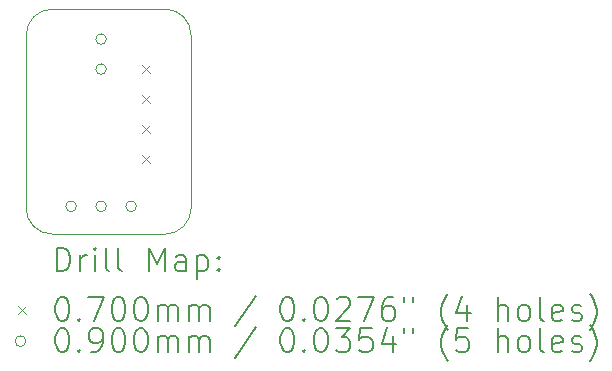
<source format=gbr>
%TF.GenerationSoftware,KiCad,Pcbnew,9.0.0*%
%TF.CreationDate,2025-03-07T15:21:47-06:00*%
%TF.ProjectId,robo-roach-v1.0,726f626f-2d72-46f6-9163-682d76312e30,rev?*%
%TF.SameCoordinates,Original*%
%TF.FileFunction,Drillmap*%
%TF.FilePolarity,Positive*%
%FSLAX45Y45*%
G04 Gerber Fmt 4.5, Leading zero omitted, Abs format (unit mm)*
G04 Created by KiCad (PCBNEW 9.0.0) date 2025-03-07 15:21:47*
%MOMM*%
%LPD*%
G01*
G04 APERTURE LIST*
%ADD10C,0.050000*%
%ADD11C,0.200000*%
%ADD12C,0.100000*%
G04 APERTURE END LIST*
D10*
X18571500Y-8572500D02*
X19528500Y-8572500D01*
X18351500Y-10257500D02*
X18351500Y-8792500D01*
X19748500Y-8792500D02*
X19748500Y-10257500D01*
X19528500Y-8572500D02*
G75*
G02*
X19748500Y-8792500I0J-220000D01*
G01*
X18571500Y-10477500D02*
G75*
G02*
X18351500Y-10257500I0J220000D01*
G01*
X18351500Y-8792500D02*
G75*
G02*
X18571500Y-8572500I220000J0D01*
G01*
X19748500Y-10257500D02*
G75*
G02*
X19528500Y-10477500I-220000J0D01*
G01*
X19528500Y-10477500D02*
X18571500Y-10477500D01*
D11*
D12*
X19332500Y-9045500D02*
X19402500Y-9115500D01*
X19402500Y-9045500D02*
X19332500Y-9115500D01*
X19332500Y-9299500D02*
X19402500Y-9369500D01*
X19402500Y-9299500D02*
X19332500Y-9369500D01*
X19332500Y-9553500D02*
X19402500Y-9623500D01*
X19402500Y-9553500D02*
X19332500Y-9623500D01*
X19332500Y-9807500D02*
X19402500Y-9877500D01*
X19402500Y-9807500D02*
X19332500Y-9877500D01*
X18777500Y-10242500D02*
G75*
G02*
X18687500Y-10242500I-45000J0D01*
G01*
X18687500Y-10242500D02*
G75*
G02*
X18777500Y-10242500I45000J0D01*
G01*
X19031500Y-8826500D02*
G75*
G02*
X18941500Y-8826500I-45000J0D01*
G01*
X18941500Y-8826500D02*
G75*
G02*
X19031500Y-8826500I45000J0D01*
G01*
X19031500Y-9080500D02*
G75*
G02*
X18941500Y-9080500I-45000J0D01*
G01*
X18941500Y-9080500D02*
G75*
G02*
X19031500Y-9080500I45000J0D01*
G01*
X19031500Y-10242500D02*
G75*
G02*
X18941500Y-10242500I-45000J0D01*
G01*
X18941500Y-10242500D02*
G75*
G02*
X19031500Y-10242500I45000J0D01*
G01*
X19285500Y-10242500D02*
G75*
G02*
X19195500Y-10242500I-45000J0D01*
G01*
X19195500Y-10242500D02*
G75*
G02*
X19285500Y-10242500I45000J0D01*
G01*
D11*
X18609777Y-10791484D02*
X18609777Y-10591484D01*
X18609777Y-10591484D02*
X18657396Y-10591484D01*
X18657396Y-10591484D02*
X18685967Y-10601008D01*
X18685967Y-10601008D02*
X18705015Y-10620055D01*
X18705015Y-10620055D02*
X18714539Y-10639103D01*
X18714539Y-10639103D02*
X18724063Y-10677198D01*
X18724063Y-10677198D02*
X18724063Y-10705770D01*
X18724063Y-10705770D02*
X18714539Y-10743865D01*
X18714539Y-10743865D02*
X18705015Y-10762912D01*
X18705015Y-10762912D02*
X18685967Y-10781960D01*
X18685967Y-10781960D02*
X18657396Y-10791484D01*
X18657396Y-10791484D02*
X18609777Y-10791484D01*
X18809777Y-10791484D02*
X18809777Y-10658150D01*
X18809777Y-10696246D02*
X18819301Y-10677198D01*
X18819301Y-10677198D02*
X18828824Y-10667674D01*
X18828824Y-10667674D02*
X18847872Y-10658150D01*
X18847872Y-10658150D02*
X18866920Y-10658150D01*
X18933586Y-10791484D02*
X18933586Y-10658150D01*
X18933586Y-10591484D02*
X18924063Y-10601008D01*
X18924063Y-10601008D02*
X18933586Y-10610531D01*
X18933586Y-10610531D02*
X18943110Y-10601008D01*
X18943110Y-10601008D02*
X18933586Y-10591484D01*
X18933586Y-10591484D02*
X18933586Y-10610531D01*
X19057396Y-10791484D02*
X19038348Y-10781960D01*
X19038348Y-10781960D02*
X19028824Y-10762912D01*
X19028824Y-10762912D02*
X19028824Y-10591484D01*
X19162158Y-10791484D02*
X19143110Y-10781960D01*
X19143110Y-10781960D02*
X19133586Y-10762912D01*
X19133586Y-10762912D02*
X19133586Y-10591484D01*
X19390729Y-10791484D02*
X19390729Y-10591484D01*
X19390729Y-10591484D02*
X19457396Y-10734341D01*
X19457396Y-10734341D02*
X19524063Y-10591484D01*
X19524063Y-10591484D02*
X19524063Y-10791484D01*
X19705015Y-10791484D02*
X19705015Y-10686722D01*
X19705015Y-10686722D02*
X19695491Y-10667674D01*
X19695491Y-10667674D02*
X19676444Y-10658150D01*
X19676444Y-10658150D02*
X19638348Y-10658150D01*
X19638348Y-10658150D02*
X19619301Y-10667674D01*
X19705015Y-10781960D02*
X19685967Y-10791484D01*
X19685967Y-10791484D02*
X19638348Y-10791484D01*
X19638348Y-10791484D02*
X19619301Y-10781960D01*
X19619301Y-10781960D02*
X19609777Y-10762912D01*
X19609777Y-10762912D02*
X19609777Y-10743865D01*
X19609777Y-10743865D02*
X19619301Y-10724817D01*
X19619301Y-10724817D02*
X19638348Y-10715293D01*
X19638348Y-10715293D02*
X19685967Y-10715293D01*
X19685967Y-10715293D02*
X19705015Y-10705770D01*
X19800253Y-10658150D02*
X19800253Y-10858150D01*
X19800253Y-10667674D02*
X19819301Y-10658150D01*
X19819301Y-10658150D02*
X19857396Y-10658150D01*
X19857396Y-10658150D02*
X19876444Y-10667674D01*
X19876444Y-10667674D02*
X19885967Y-10677198D01*
X19885967Y-10677198D02*
X19895491Y-10696246D01*
X19895491Y-10696246D02*
X19895491Y-10753389D01*
X19895491Y-10753389D02*
X19885967Y-10772436D01*
X19885967Y-10772436D02*
X19876444Y-10781960D01*
X19876444Y-10781960D02*
X19857396Y-10791484D01*
X19857396Y-10791484D02*
X19819301Y-10791484D01*
X19819301Y-10791484D02*
X19800253Y-10781960D01*
X19981205Y-10772436D02*
X19990729Y-10781960D01*
X19990729Y-10781960D02*
X19981205Y-10791484D01*
X19981205Y-10791484D02*
X19971682Y-10781960D01*
X19971682Y-10781960D02*
X19981205Y-10772436D01*
X19981205Y-10772436D02*
X19981205Y-10791484D01*
X19981205Y-10667674D02*
X19990729Y-10677198D01*
X19990729Y-10677198D02*
X19981205Y-10686722D01*
X19981205Y-10686722D02*
X19971682Y-10677198D01*
X19971682Y-10677198D02*
X19981205Y-10667674D01*
X19981205Y-10667674D02*
X19981205Y-10686722D01*
D12*
X18279000Y-11085000D02*
X18349000Y-11155000D01*
X18349000Y-11085000D02*
X18279000Y-11155000D01*
D11*
X18647872Y-11011484D02*
X18666920Y-11011484D01*
X18666920Y-11011484D02*
X18685967Y-11021008D01*
X18685967Y-11021008D02*
X18695491Y-11030531D01*
X18695491Y-11030531D02*
X18705015Y-11049579D01*
X18705015Y-11049579D02*
X18714539Y-11087674D01*
X18714539Y-11087674D02*
X18714539Y-11135293D01*
X18714539Y-11135293D02*
X18705015Y-11173389D01*
X18705015Y-11173389D02*
X18695491Y-11192436D01*
X18695491Y-11192436D02*
X18685967Y-11201960D01*
X18685967Y-11201960D02*
X18666920Y-11211484D01*
X18666920Y-11211484D02*
X18647872Y-11211484D01*
X18647872Y-11211484D02*
X18628824Y-11201960D01*
X18628824Y-11201960D02*
X18619301Y-11192436D01*
X18619301Y-11192436D02*
X18609777Y-11173389D01*
X18609777Y-11173389D02*
X18600253Y-11135293D01*
X18600253Y-11135293D02*
X18600253Y-11087674D01*
X18600253Y-11087674D02*
X18609777Y-11049579D01*
X18609777Y-11049579D02*
X18619301Y-11030531D01*
X18619301Y-11030531D02*
X18628824Y-11021008D01*
X18628824Y-11021008D02*
X18647872Y-11011484D01*
X18800253Y-11192436D02*
X18809777Y-11201960D01*
X18809777Y-11201960D02*
X18800253Y-11211484D01*
X18800253Y-11211484D02*
X18790729Y-11201960D01*
X18790729Y-11201960D02*
X18800253Y-11192436D01*
X18800253Y-11192436D02*
X18800253Y-11211484D01*
X18876444Y-11011484D02*
X19009777Y-11011484D01*
X19009777Y-11011484D02*
X18924063Y-11211484D01*
X19124063Y-11011484D02*
X19143110Y-11011484D01*
X19143110Y-11011484D02*
X19162158Y-11021008D01*
X19162158Y-11021008D02*
X19171682Y-11030531D01*
X19171682Y-11030531D02*
X19181205Y-11049579D01*
X19181205Y-11049579D02*
X19190729Y-11087674D01*
X19190729Y-11087674D02*
X19190729Y-11135293D01*
X19190729Y-11135293D02*
X19181205Y-11173389D01*
X19181205Y-11173389D02*
X19171682Y-11192436D01*
X19171682Y-11192436D02*
X19162158Y-11201960D01*
X19162158Y-11201960D02*
X19143110Y-11211484D01*
X19143110Y-11211484D02*
X19124063Y-11211484D01*
X19124063Y-11211484D02*
X19105015Y-11201960D01*
X19105015Y-11201960D02*
X19095491Y-11192436D01*
X19095491Y-11192436D02*
X19085967Y-11173389D01*
X19085967Y-11173389D02*
X19076444Y-11135293D01*
X19076444Y-11135293D02*
X19076444Y-11087674D01*
X19076444Y-11087674D02*
X19085967Y-11049579D01*
X19085967Y-11049579D02*
X19095491Y-11030531D01*
X19095491Y-11030531D02*
X19105015Y-11021008D01*
X19105015Y-11021008D02*
X19124063Y-11011484D01*
X19314539Y-11011484D02*
X19333586Y-11011484D01*
X19333586Y-11011484D02*
X19352634Y-11021008D01*
X19352634Y-11021008D02*
X19362158Y-11030531D01*
X19362158Y-11030531D02*
X19371682Y-11049579D01*
X19371682Y-11049579D02*
X19381205Y-11087674D01*
X19381205Y-11087674D02*
X19381205Y-11135293D01*
X19381205Y-11135293D02*
X19371682Y-11173389D01*
X19371682Y-11173389D02*
X19362158Y-11192436D01*
X19362158Y-11192436D02*
X19352634Y-11201960D01*
X19352634Y-11201960D02*
X19333586Y-11211484D01*
X19333586Y-11211484D02*
X19314539Y-11211484D01*
X19314539Y-11211484D02*
X19295491Y-11201960D01*
X19295491Y-11201960D02*
X19285967Y-11192436D01*
X19285967Y-11192436D02*
X19276444Y-11173389D01*
X19276444Y-11173389D02*
X19266920Y-11135293D01*
X19266920Y-11135293D02*
X19266920Y-11087674D01*
X19266920Y-11087674D02*
X19276444Y-11049579D01*
X19276444Y-11049579D02*
X19285967Y-11030531D01*
X19285967Y-11030531D02*
X19295491Y-11021008D01*
X19295491Y-11021008D02*
X19314539Y-11011484D01*
X19466920Y-11211484D02*
X19466920Y-11078150D01*
X19466920Y-11097198D02*
X19476444Y-11087674D01*
X19476444Y-11087674D02*
X19495491Y-11078150D01*
X19495491Y-11078150D02*
X19524063Y-11078150D01*
X19524063Y-11078150D02*
X19543110Y-11087674D01*
X19543110Y-11087674D02*
X19552634Y-11106722D01*
X19552634Y-11106722D02*
X19552634Y-11211484D01*
X19552634Y-11106722D02*
X19562158Y-11087674D01*
X19562158Y-11087674D02*
X19581205Y-11078150D01*
X19581205Y-11078150D02*
X19609777Y-11078150D01*
X19609777Y-11078150D02*
X19628825Y-11087674D01*
X19628825Y-11087674D02*
X19638348Y-11106722D01*
X19638348Y-11106722D02*
X19638348Y-11211484D01*
X19733586Y-11211484D02*
X19733586Y-11078150D01*
X19733586Y-11097198D02*
X19743110Y-11087674D01*
X19743110Y-11087674D02*
X19762158Y-11078150D01*
X19762158Y-11078150D02*
X19790729Y-11078150D01*
X19790729Y-11078150D02*
X19809777Y-11087674D01*
X19809777Y-11087674D02*
X19819301Y-11106722D01*
X19819301Y-11106722D02*
X19819301Y-11211484D01*
X19819301Y-11106722D02*
X19828825Y-11087674D01*
X19828825Y-11087674D02*
X19847872Y-11078150D01*
X19847872Y-11078150D02*
X19876444Y-11078150D01*
X19876444Y-11078150D02*
X19895491Y-11087674D01*
X19895491Y-11087674D02*
X19905015Y-11106722D01*
X19905015Y-11106722D02*
X19905015Y-11211484D01*
X20295491Y-11001960D02*
X20124063Y-11259103D01*
X20552634Y-11011484D02*
X20571682Y-11011484D01*
X20571682Y-11011484D02*
X20590729Y-11021008D01*
X20590729Y-11021008D02*
X20600253Y-11030531D01*
X20600253Y-11030531D02*
X20609777Y-11049579D01*
X20609777Y-11049579D02*
X20619301Y-11087674D01*
X20619301Y-11087674D02*
X20619301Y-11135293D01*
X20619301Y-11135293D02*
X20609777Y-11173389D01*
X20609777Y-11173389D02*
X20600253Y-11192436D01*
X20600253Y-11192436D02*
X20590729Y-11201960D01*
X20590729Y-11201960D02*
X20571682Y-11211484D01*
X20571682Y-11211484D02*
X20552634Y-11211484D01*
X20552634Y-11211484D02*
X20533587Y-11201960D01*
X20533587Y-11201960D02*
X20524063Y-11192436D01*
X20524063Y-11192436D02*
X20514539Y-11173389D01*
X20514539Y-11173389D02*
X20505015Y-11135293D01*
X20505015Y-11135293D02*
X20505015Y-11087674D01*
X20505015Y-11087674D02*
X20514539Y-11049579D01*
X20514539Y-11049579D02*
X20524063Y-11030531D01*
X20524063Y-11030531D02*
X20533587Y-11021008D01*
X20533587Y-11021008D02*
X20552634Y-11011484D01*
X20705015Y-11192436D02*
X20714539Y-11201960D01*
X20714539Y-11201960D02*
X20705015Y-11211484D01*
X20705015Y-11211484D02*
X20695491Y-11201960D01*
X20695491Y-11201960D02*
X20705015Y-11192436D01*
X20705015Y-11192436D02*
X20705015Y-11211484D01*
X20838348Y-11011484D02*
X20857396Y-11011484D01*
X20857396Y-11011484D02*
X20876444Y-11021008D01*
X20876444Y-11021008D02*
X20885968Y-11030531D01*
X20885968Y-11030531D02*
X20895491Y-11049579D01*
X20895491Y-11049579D02*
X20905015Y-11087674D01*
X20905015Y-11087674D02*
X20905015Y-11135293D01*
X20905015Y-11135293D02*
X20895491Y-11173389D01*
X20895491Y-11173389D02*
X20885968Y-11192436D01*
X20885968Y-11192436D02*
X20876444Y-11201960D01*
X20876444Y-11201960D02*
X20857396Y-11211484D01*
X20857396Y-11211484D02*
X20838348Y-11211484D01*
X20838348Y-11211484D02*
X20819301Y-11201960D01*
X20819301Y-11201960D02*
X20809777Y-11192436D01*
X20809777Y-11192436D02*
X20800253Y-11173389D01*
X20800253Y-11173389D02*
X20790729Y-11135293D01*
X20790729Y-11135293D02*
X20790729Y-11087674D01*
X20790729Y-11087674D02*
X20800253Y-11049579D01*
X20800253Y-11049579D02*
X20809777Y-11030531D01*
X20809777Y-11030531D02*
X20819301Y-11021008D01*
X20819301Y-11021008D02*
X20838348Y-11011484D01*
X20981206Y-11030531D02*
X20990729Y-11021008D01*
X20990729Y-11021008D02*
X21009777Y-11011484D01*
X21009777Y-11011484D02*
X21057396Y-11011484D01*
X21057396Y-11011484D02*
X21076444Y-11021008D01*
X21076444Y-11021008D02*
X21085968Y-11030531D01*
X21085968Y-11030531D02*
X21095491Y-11049579D01*
X21095491Y-11049579D02*
X21095491Y-11068627D01*
X21095491Y-11068627D02*
X21085968Y-11097198D01*
X21085968Y-11097198D02*
X20971682Y-11211484D01*
X20971682Y-11211484D02*
X21095491Y-11211484D01*
X21162158Y-11011484D02*
X21295491Y-11011484D01*
X21295491Y-11011484D02*
X21209777Y-11211484D01*
X21457396Y-11011484D02*
X21419301Y-11011484D01*
X21419301Y-11011484D02*
X21400253Y-11021008D01*
X21400253Y-11021008D02*
X21390729Y-11030531D01*
X21390729Y-11030531D02*
X21371682Y-11059103D01*
X21371682Y-11059103D02*
X21362158Y-11097198D01*
X21362158Y-11097198D02*
X21362158Y-11173389D01*
X21362158Y-11173389D02*
X21371682Y-11192436D01*
X21371682Y-11192436D02*
X21381206Y-11201960D01*
X21381206Y-11201960D02*
X21400253Y-11211484D01*
X21400253Y-11211484D02*
X21438349Y-11211484D01*
X21438349Y-11211484D02*
X21457396Y-11201960D01*
X21457396Y-11201960D02*
X21466920Y-11192436D01*
X21466920Y-11192436D02*
X21476444Y-11173389D01*
X21476444Y-11173389D02*
X21476444Y-11125770D01*
X21476444Y-11125770D02*
X21466920Y-11106722D01*
X21466920Y-11106722D02*
X21457396Y-11097198D01*
X21457396Y-11097198D02*
X21438349Y-11087674D01*
X21438349Y-11087674D02*
X21400253Y-11087674D01*
X21400253Y-11087674D02*
X21381206Y-11097198D01*
X21381206Y-11097198D02*
X21371682Y-11106722D01*
X21371682Y-11106722D02*
X21362158Y-11125770D01*
X21552634Y-11011484D02*
X21552634Y-11049579D01*
X21628825Y-11011484D02*
X21628825Y-11049579D01*
X21924063Y-11287674D02*
X21914539Y-11278150D01*
X21914539Y-11278150D02*
X21895491Y-11249579D01*
X21895491Y-11249579D02*
X21885968Y-11230531D01*
X21885968Y-11230531D02*
X21876444Y-11201960D01*
X21876444Y-11201960D02*
X21866920Y-11154341D01*
X21866920Y-11154341D02*
X21866920Y-11116246D01*
X21866920Y-11116246D02*
X21876444Y-11068627D01*
X21876444Y-11068627D02*
X21885968Y-11040055D01*
X21885968Y-11040055D02*
X21895491Y-11021008D01*
X21895491Y-11021008D02*
X21914539Y-10992436D01*
X21914539Y-10992436D02*
X21924063Y-10982912D01*
X22085968Y-11078150D02*
X22085968Y-11211484D01*
X22038349Y-11001960D02*
X21990730Y-11144817D01*
X21990730Y-11144817D02*
X22114539Y-11144817D01*
X22343111Y-11211484D02*
X22343111Y-11011484D01*
X22428825Y-11211484D02*
X22428825Y-11106722D01*
X22428825Y-11106722D02*
X22419301Y-11087674D01*
X22419301Y-11087674D02*
X22400253Y-11078150D01*
X22400253Y-11078150D02*
X22371682Y-11078150D01*
X22371682Y-11078150D02*
X22352634Y-11087674D01*
X22352634Y-11087674D02*
X22343111Y-11097198D01*
X22552634Y-11211484D02*
X22533587Y-11201960D01*
X22533587Y-11201960D02*
X22524063Y-11192436D01*
X22524063Y-11192436D02*
X22514539Y-11173389D01*
X22514539Y-11173389D02*
X22514539Y-11116246D01*
X22514539Y-11116246D02*
X22524063Y-11097198D01*
X22524063Y-11097198D02*
X22533587Y-11087674D01*
X22533587Y-11087674D02*
X22552634Y-11078150D01*
X22552634Y-11078150D02*
X22581206Y-11078150D01*
X22581206Y-11078150D02*
X22600253Y-11087674D01*
X22600253Y-11087674D02*
X22609777Y-11097198D01*
X22609777Y-11097198D02*
X22619301Y-11116246D01*
X22619301Y-11116246D02*
X22619301Y-11173389D01*
X22619301Y-11173389D02*
X22609777Y-11192436D01*
X22609777Y-11192436D02*
X22600253Y-11201960D01*
X22600253Y-11201960D02*
X22581206Y-11211484D01*
X22581206Y-11211484D02*
X22552634Y-11211484D01*
X22733587Y-11211484D02*
X22714539Y-11201960D01*
X22714539Y-11201960D02*
X22705015Y-11182912D01*
X22705015Y-11182912D02*
X22705015Y-11011484D01*
X22885968Y-11201960D02*
X22866920Y-11211484D01*
X22866920Y-11211484D02*
X22828825Y-11211484D01*
X22828825Y-11211484D02*
X22809777Y-11201960D01*
X22809777Y-11201960D02*
X22800253Y-11182912D01*
X22800253Y-11182912D02*
X22800253Y-11106722D01*
X22800253Y-11106722D02*
X22809777Y-11087674D01*
X22809777Y-11087674D02*
X22828825Y-11078150D01*
X22828825Y-11078150D02*
X22866920Y-11078150D01*
X22866920Y-11078150D02*
X22885968Y-11087674D01*
X22885968Y-11087674D02*
X22895491Y-11106722D01*
X22895491Y-11106722D02*
X22895491Y-11125770D01*
X22895491Y-11125770D02*
X22800253Y-11144817D01*
X22971682Y-11201960D02*
X22990730Y-11211484D01*
X22990730Y-11211484D02*
X23028825Y-11211484D01*
X23028825Y-11211484D02*
X23047872Y-11201960D01*
X23047872Y-11201960D02*
X23057396Y-11182912D01*
X23057396Y-11182912D02*
X23057396Y-11173389D01*
X23057396Y-11173389D02*
X23047872Y-11154341D01*
X23047872Y-11154341D02*
X23028825Y-11144817D01*
X23028825Y-11144817D02*
X23000253Y-11144817D01*
X23000253Y-11144817D02*
X22981206Y-11135293D01*
X22981206Y-11135293D02*
X22971682Y-11116246D01*
X22971682Y-11116246D02*
X22971682Y-11106722D01*
X22971682Y-11106722D02*
X22981206Y-11087674D01*
X22981206Y-11087674D02*
X23000253Y-11078150D01*
X23000253Y-11078150D02*
X23028825Y-11078150D01*
X23028825Y-11078150D02*
X23047872Y-11087674D01*
X23124063Y-11287674D02*
X23133587Y-11278150D01*
X23133587Y-11278150D02*
X23152634Y-11249579D01*
X23152634Y-11249579D02*
X23162158Y-11230531D01*
X23162158Y-11230531D02*
X23171682Y-11201960D01*
X23171682Y-11201960D02*
X23181206Y-11154341D01*
X23181206Y-11154341D02*
X23181206Y-11116246D01*
X23181206Y-11116246D02*
X23171682Y-11068627D01*
X23171682Y-11068627D02*
X23162158Y-11040055D01*
X23162158Y-11040055D02*
X23152634Y-11021008D01*
X23152634Y-11021008D02*
X23133587Y-10992436D01*
X23133587Y-10992436D02*
X23124063Y-10982912D01*
D12*
X18349000Y-11384000D02*
G75*
G02*
X18259000Y-11384000I-45000J0D01*
G01*
X18259000Y-11384000D02*
G75*
G02*
X18349000Y-11384000I45000J0D01*
G01*
D11*
X18647872Y-11275484D02*
X18666920Y-11275484D01*
X18666920Y-11275484D02*
X18685967Y-11285008D01*
X18685967Y-11285008D02*
X18695491Y-11294531D01*
X18695491Y-11294531D02*
X18705015Y-11313579D01*
X18705015Y-11313579D02*
X18714539Y-11351674D01*
X18714539Y-11351674D02*
X18714539Y-11399293D01*
X18714539Y-11399293D02*
X18705015Y-11437388D01*
X18705015Y-11437388D02*
X18695491Y-11456436D01*
X18695491Y-11456436D02*
X18685967Y-11465960D01*
X18685967Y-11465960D02*
X18666920Y-11475484D01*
X18666920Y-11475484D02*
X18647872Y-11475484D01*
X18647872Y-11475484D02*
X18628824Y-11465960D01*
X18628824Y-11465960D02*
X18619301Y-11456436D01*
X18619301Y-11456436D02*
X18609777Y-11437388D01*
X18609777Y-11437388D02*
X18600253Y-11399293D01*
X18600253Y-11399293D02*
X18600253Y-11351674D01*
X18600253Y-11351674D02*
X18609777Y-11313579D01*
X18609777Y-11313579D02*
X18619301Y-11294531D01*
X18619301Y-11294531D02*
X18628824Y-11285008D01*
X18628824Y-11285008D02*
X18647872Y-11275484D01*
X18800253Y-11456436D02*
X18809777Y-11465960D01*
X18809777Y-11465960D02*
X18800253Y-11475484D01*
X18800253Y-11475484D02*
X18790729Y-11465960D01*
X18790729Y-11465960D02*
X18800253Y-11456436D01*
X18800253Y-11456436D02*
X18800253Y-11475484D01*
X18905015Y-11475484D02*
X18943110Y-11475484D01*
X18943110Y-11475484D02*
X18962158Y-11465960D01*
X18962158Y-11465960D02*
X18971682Y-11456436D01*
X18971682Y-11456436D02*
X18990729Y-11427865D01*
X18990729Y-11427865D02*
X19000253Y-11389769D01*
X19000253Y-11389769D02*
X19000253Y-11313579D01*
X19000253Y-11313579D02*
X18990729Y-11294531D01*
X18990729Y-11294531D02*
X18981205Y-11285008D01*
X18981205Y-11285008D02*
X18962158Y-11275484D01*
X18962158Y-11275484D02*
X18924063Y-11275484D01*
X18924063Y-11275484D02*
X18905015Y-11285008D01*
X18905015Y-11285008D02*
X18895491Y-11294531D01*
X18895491Y-11294531D02*
X18885967Y-11313579D01*
X18885967Y-11313579D02*
X18885967Y-11361198D01*
X18885967Y-11361198D02*
X18895491Y-11380246D01*
X18895491Y-11380246D02*
X18905015Y-11389769D01*
X18905015Y-11389769D02*
X18924063Y-11399293D01*
X18924063Y-11399293D02*
X18962158Y-11399293D01*
X18962158Y-11399293D02*
X18981205Y-11389769D01*
X18981205Y-11389769D02*
X18990729Y-11380246D01*
X18990729Y-11380246D02*
X19000253Y-11361198D01*
X19124063Y-11275484D02*
X19143110Y-11275484D01*
X19143110Y-11275484D02*
X19162158Y-11285008D01*
X19162158Y-11285008D02*
X19171682Y-11294531D01*
X19171682Y-11294531D02*
X19181205Y-11313579D01*
X19181205Y-11313579D02*
X19190729Y-11351674D01*
X19190729Y-11351674D02*
X19190729Y-11399293D01*
X19190729Y-11399293D02*
X19181205Y-11437388D01*
X19181205Y-11437388D02*
X19171682Y-11456436D01*
X19171682Y-11456436D02*
X19162158Y-11465960D01*
X19162158Y-11465960D02*
X19143110Y-11475484D01*
X19143110Y-11475484D02*
X19124063Y-11475484D01*
X19124063Y-11475484D02*
X19105015Y-11465960D01*
X19105015Y-11465960D02*
X19095491Y-11456436D01*
X19095491Y-11456436D02*
X19085967Y-11437388D01*
X19085967Y-11437388D02*
X19076444Y-11399293D01*
X19076444Y-11399293D02*
X19076444Y-11351674D01*
X19076444Y-11351674D02*
X19085967Y-11313579D01*
X19085967Y-11313579D02*
X19095491Y-11294531D01*
X19095491Y-11294531D02*
X19105015Y-11285008D01*
X19105015Y-11285008D02*
X19124063Y-11275484D01*
X19314539Y-11275484D02*
X19333586Y-11275484D01*
X19333586Y-11275484D02*
X19352634Y-11285008D01*
X19352634Y-11285008D02*
X19362158Y-11294531D01*
X19362158Y-11294531D02*
X19371682Y-11313579D01*
X19371682Y-11313579D02*
X19381205Y-11351674D01*
X19381205Y-11351674D02*
X19381205Y-11399293D01*
X19381205Y-11399293D02*
X19371682Y-11437388D01*
X19371682Y-11437388D02*
X19362158Y-11456436D01*
X19362158Y-11456436D02*
X19352634Y-11465960D01*
X19352634Y-11465960D02*
X19333586Y-11475484D01*
X19333586Y-11475484D02*
X19314539Y-11475484D01*
X19314539Y-11475484D02*
X19295491Y-11465960D01*
X19295491Y-11465960D02*
X19285967Y-11456436D01*
X19285967Y-11456436D02*
X19276444Y-11437388D01*
X19276444Y-11437388D02*
X19266920Y-11399293D01*
X19266920Y-11399293D02*
X19266920Y-11351674D01*
X19266920Y-11351674D02*
X19276444Y-11313579D01*
X19276444Y-11313579D02*
X19285967Y-11294531D01*
X19285967Y-11294531D02*
X19295491Y-11285008D01*
X19295491Y-11285008D02*
X19314539Y-11275484D01*
X19466920Y-11475484D02*
X19466920Y-11342150D01*
X19466920Y-11361198D02*
X19476444Y-11351674D01*
X19476444Y-11351674D02*
X19495491Y-11342150D01*
X19495491Y-11342150D02*
X19524063Y-11342150D01*
X19524063Y-11342150D02*
X19543110Y-11351674D01*
X19543110Y-11351674D02*
X19552634Y-11370722D01*
X19552634Y-11370722D02*
X19552634Y-11475484D01*
X19552634Y-11370722D02*
X19562158Y-11351674D01*
X19562158Y-11351674D02*
X19581205Y-11342150D01*
X19581205Y-11342150D02*
X19609777Y-11342150D01*
X19609777Y-11342150D02*
X19628825Y-11351674D01*
X19628825Y-11351674D02*
X19638348Y-11370722D01*
X19638348Y-11370722D02*
X19638348Y-11475484D01*
X19733586Y-11475484D02*
X19733586Y-11342150D01*
X19733586Y-11361198D02*
X19743110Y-11351674D01*
X19743110Y-11351674D02*
X19762158Y-11342150D01*
X19762158Y-11342150D02*
X19790729Y-11342150D01*
X19790729Y-11342150D02*
X19809777Y-11351674D01*
X19809777Y-11351674D02*
X19819301Y-11370722D01*
X19819301Y-11370722D02*
X19819301Y-11475484D01*
X19819301Y-11370722D02*
X19828825Y-11351674D01*
X19828825Y-11351674D02*
X19847872Y-11342150D01*
X19847872Y-11342150D02*
X19876444Y-11342150D01*
X19876444Y-11342150D02*
X19895491Y-11351674D01*
X19895491Y-11351674D02*
X19905015Y-11370722D01*
X19905015Y-11370722D02*
X19905015Y-11475484D01*
X20295491Y-11265960D02*
X20124063Y-11523103D01*
X20552634Y-11275484D02*
X20571682Y-11275484D01*
X20571682Y-11275484D02*
X20590729Y-11285008D01*
X20590729Y-11285008D02*
X20600253Y-11294531D01*
X20600253Y-11294531D02*
X20609777Y-11313579D01*
X20609777Y-11313579D02*
X20619301Y-11351674D01*
X20619301Y-11351674D02*
X20619301Y-11399293D01*
X20619301Y-11399293D02*
X20609777Y-11437388D01*
X20609777Y-11437388D02*
X20600253Y-11456436D01*
X20600253Y-11456436D02*
X20590729Y-11465960D01*
X20590729Y-11465960D02*
X20571682Y-11475484D01*
X20571682Y-11475484D02*
X20552634Y-11475484D01*
X20552634Y-11475484D02*
X20533587Y-11465960D01*
X20533587Y-11465960D02*
X20524063Y-11456436D01*
X20524063Y-11456436D02*
X20514539Y-11437388D01*
X20514539Y-11437388D02*
X20505015Y-11399293D01*
X20505015Y-11399293D02*
X20505015Y-11351674D01*
X20505015Y-11351674D02*
X20514539Y-11313579D01*
X20514539Y-11313579D02*
X20524063Y-11294531D01*
X20524063Y-11294531D02*
X20533587Y-11285008D01*
X20533587Y-11285008D02*
X20552634Y-11275484D01*
X20705015Y-11456436D02*
X20714539Y-11465960D01*
X20714539Y-11465960D02*
X20705015Y-11475484D01*
X20705015Y-11475484D02*
X20695491Y-11465960D01*
X20695491Y-11465960D02*
X20705015Y-11456436D01*
X20705015Y-11456436D02*
X20705015Y-11475484D01*
X20838348Y-11275484D02*
X20857396Y-11275484D01*
X20857396Y-11275484D02*
X20876444Y-11285008D01*
X20876444Y-11285008D02*
X20885968Y-11294531D01*
X20885968Y-11294531D02*
X20895491Y-11313579D01*
X20895491Y-11313579D02*
X20905015Y-11351674D01*
X20905015Y-11351674D02*
X20905015Y-11399293D01*
X20905015Y-11399293D02*
X20895491Y-11437388D01*
X20895491Y-11437388D02*
X20885968Y-11456436D01*
X20885968Y-11456436D02*
X20876444Y-11465960D01*
X20876444Y-11465960D02*
X20857396Y-11475484D01*
X20857396Y-11475484D02*
X20838348Y-11475484D01*
X20838348Y-11475484D02*
X20819301Y-11465960D01*
X20819301Y-11465960D02*
X20809777Y-11456436D01*
X20809777Y-11456436D02*
X20800253Y-11437388D01*
X20800253Y-11437388D02*
X20790729Y-11399293D01*
X20790729Y-11399293D02*
X20790729Y-11351674D01*
X20790729Y-11351674D02*
X20800253Y-11313579D01*
X20800253Y-11313579D02*
X20809777Y-11294531D01*
X20809777Y-11294531D02*
X20819301Y-11285008D01*
X20819301Y-11285008D02*
X20838348Y-11275484D01*
X20971682Y-11275484D02*
X21095491Y-11275484D01*
X21095491Y-11275484D02*
X21028825Y-11351674D01*
X21028825Y-11351674D02*
X21057396Y-11351674D01*
X21057396Y-11351674D02*
X21076444Y-11361198D01*
X21076444Y-11361198D02*
X21085968Y-11370722D01*
X21085968Y-11370722D02*
X21095491Y-11389769D01*
X21095491Y-11389769D02*
X21095491Y-11437388D01*
X21095491Y-11437388D02*
X21085968Y-11456436D01*
X21085968Y-11456436D02*
X21076444Y-11465960D01*
X21076444Y-11465960D02*
X21057396Y-11475484D01*
X21057396Y-11475484D02*
X21000253Y-11475484D01*
X21000253Y-11475484D02*
X20981206Y-11465960D01*
X20981206Y-11465960D02*
X20971682Y-11456436D01*
X21276444Y-11275484D02*
X21181206Y-11275484D01*
X21181206Y-11275484D02*
X21171682Y-11370722D01*
X21171682Y-11370722D02*
X21181206Y-11361198D01*
X21181206Y-11361198D02*
X21200253Y-11351674D01*
X21200253Y-11351674D02*
X21247872Y-11351674D01*
X21247872Y-11351674D02*
X21266920Y-11361198D01*
X21266920Y-11361198D02*
X21276444Y-11370722D01*
X21276444Y-11370722D02*
X21285968Y-11389769D01*
X21285968Y-11389769D02*
X21285968Y-11437388D01*
X21285968Y-11437388D02*
X21276444Y-11456436D01*
X21276444Y-11456436D02*
X21266920Y-11465960D01*
X21266920Y-11465960D02*
X21247872Y-11475484D01*
X21247872Y-11475484D02*
X21200253Y-11475484D01*
X21200253Y-11475484D02*
X21181206Y-11465960D01*
X21181206Y-11465960D02*
X21171682Y-11456436D01*
X21457396Y-11342150D02*
X21457396Y-11475484D01*
X21409777Y-11265960D02*
X21362158Y-11408817D01*
X21362158Y-11408817D02*
X21485968Y-11408817D01*
X21552634Y-11275484D02*
X21552634Y-11313579D01*
X21628825Y-11275484D02*
X21628825Y-11313579D01*
X21924063Y-11551674D02*
X21914539Y-11542150D01*
X21914539Y-11542150D02*
X21895491Y-11513579D01*
X21895491Y-11513579D02*
X21885968Y-11494531D01*
X21885968Y-11494531D02*
X21876444Y-11465960D01*
X21876444Y-11465960D02*
X21866920Y-11418341D01*
X21866920Y-11418341D02*
X21866920Y-11380246D01*
X21866920Y-11380246D02*
X21876444Y-11332627D01*
X21876444Y-11332627D02*
X21885968Y-11304055D01*
X21885968Y-11304055D02*
X21895491Y-11285008D01*
X21895491Y-11285008D02*
X21914539Y-11256436D01*
X21914539Y-11256436D02*
X21924063Y-11246912D01*
X22095491Y-11275484D02*
X22000253Y-11275484D01*
X22000253Y-11275484D02*
X21990730Y-11370722D01*
X21990730Y-11370722D02*
X22000253Y-11361198D01*
X22000253Y-11361198D02*
X22019301Y-11351674D01*
X22019301Y-11351674D02*
X22066920Y-11351674D01*
X22066920Y-11351674D02*
X22085968Y-11361198D01*
X22085968Y-11361198D02*
X22095491Y-11370722D01*
X22095491Y-11370722D02*
X22105015Y-11389769D01*
X22105015Y-11389769D02*
X22105015Y-11437388D01*
X22105015Y-11437388D02*
X22095491Y-11456436D01*
X22095491Y-11456436D02*
X22085968Y-11465960D01*
X22085968Y-11465960D02*
X22066920Y-11475484D01*
X22066920Y-11475484D02*
X22019301Y-11475484D01*
X22019301Y-11475484D02*
X22000253Y-11465960D01*
X22000253Y-11465960D02*
X21990730Y-11456436D01*
X22343111Y-11475484D02*
X22343111Y-11275484D01*
X22428825Y-11475484D02*
X22428825Y-11370722D01*
X22428825Y-11370722D02*
X22419301Y-11351674D01*
X22419301Y-11351674D02*
X22400253Y-11342150D01*
X22400253Y-11342150D02*
X22371682Y-11342150D01*
X22371682Y-11342150D02*
X22352634Y-11351674D01*
X22352634Y-11351674D02*
X22343111Y-11361198D01*
X22552634Y-11475484D02*
X22533587Y-11465960D01*
X22533587Y-11465960D02*
X22524063Y-11456436D01*
X22524063Y-11456436D02*
X22514539Y-11437388D01*
X22514539Y-11437388D02*
X22514539Y-11380246D01*
X22514539Y-11380246D02*
X22524063Y-11361198D01*
X22524063Y-11361198D02*
X22533587Y-11351674D01*
X22533587Y-11351674D02*
X22552634Y-11342150D01*
X22552634Y-11342150D02*
X22581206Y-11342150D01*
X22581206Y-11342150D02*
X22600253Y-11351674D01*
X22600253Y-11351674D02*
X22609777Y-11361198D01*
X22609777Y-11361198D02*
X22619301Y-11380246D01*
X22619301Y-11380246D02*
X22619301Y-11437388D01*
X22619301Y-11437388D02*
X22609777Y-11456436D01*
X22609777Y-11456436D02*
X22600253Y-11465960D01*
X22600253Y-11465960D02*
X22581206Y-11475484D01*
X22581206Y-11475484D02*
X22552634Y-11475484D01*
X22733587Y-11475484D02*
X22714539Y-11465960D01*
X22714539Y-11465960D02*
X22705015Y-11446912D01*
X22705015Y-11446912D02*
X22705015Y-11275484D01*
X22885968Y-11465960D02*
X22866920Y-11475484D01*
X22866920Y-11475484D02*
X22828825Y-11475484D01*
X22828825Y-11475484D02*
X22809777Y-11465960D01*
X22809777Y-11465960D02*
X22800253Y-11446912D01*
X22800253Y-11446912D02*
X22800253Y-11370722D01*
X22800253Y-11370722D02*
X22809777Y-11351674D01*
X22809777Y-11351674D02*
X22828825Y-11342150D01*
X22828825Y-11342150D02*
X22866920Y-11342150D01*
X22866920Y-11342150D02*
X22885968Y-11351674D01*
X22885968Y-11351674D02*
X22895491Y-11370722D01*
X22895491Y-11370722D02*
X22895491Y-11389769D01*
X22895491Y-11389769D02*
X22800253Y-11408817D01*
X22971682Y-11465960D02*
X22990730Y-11475484D01*
X22990730Y-11475484D02*
X23028825Y-11475484D01*
X23028825Y-11475484D02*
X23047872Y-11465960D01*
X23047872Y-11465960D02*
X23057396Y-11446912D01*
X23057396Y-11446912D02*
X23057396Y-11437388D01*
X23057396Y-11437388D02*
X23047872Y-11418341D01*
X23047872Y-11418341D02*
X23028825Y-11408817D01*
X23028825Y-11408817D02*
X23000253Y-11408817D01*
X23000253Y-11408817D02*
X22981206Y-11399293D01*
X22981206Y-11399293D02*
X22971682Y-11380246D01*
X22971682Y-11380246D02*
X22971682Y-11370722D01*
X22971682Y-11370722D02*
X22981206Y-11351674D01*
X22981206Y-11351674D02*
X23000253Y-11342150D01*
X23000253Y-11342150D02*
X23028825Y-11342150D01*
X23028825Y-11342150D02*
X23047872Y-11351674D01*
X23124063Y-11551674D02*
X23133587Y-11542150D01*
X23133587Y-11542150D02*
X23152634Y-11513579D01*
X23152634Y-11513579D02*
X23162158Y-11494531D01*
X23162158Y-11494531D02*
X23171682Y-11465960D01*
X23171682Y-11465960D02*
X23181206Y-11418341D01*
X23181206Y-11418341D02*
X23181206Y-11380246D01*
X23181206Y-11380246D02*
X23171682Y-11332627D01*
X23171682Y-11332627D02*
X23162158Y-11304055D01*
X23162158Y-11304055D02*
X23152634Y-11285008D01*
X23152634Y-11285008D02*
X23133587Y-11256436D01*
X23133587Y-11256436D02*
X23124063Y-11246912D01*
M02*

</source>
